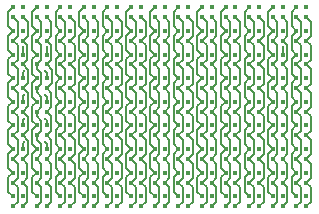
<source format=gtl>
G04 #@! TF.GenerationSoftware,KiCad,Pcbnew,9.0.1-9.0.1-0~ubuntu24.04.1*
G04 #@! TF.CreationDate,2025-04-23T13:35:13+02:00*
G04 #@! TF.ProjectId,ILM139C,494c4d31-3339-4432-9e6b-696361645f70,rev?*
G04 #@! TF.SameCoordinates,Original*
G04 #@! TF.FileFunction,Copper,L1,Top*
G04 #@! TF.FilePolarity,Positive*
%FSLAX46Y46*%
G04 Gerber Fmt 4.6, Leading zero omitted, Abs format (unit mm)*
G04 Created by KiCad (PCBNEW 9.0.1-9.0.1-0~ubuntu24.04.1) date 2025-04-23 13:35:13*
%MOMM*%
%LPD*%
G01*
G04 APERTURE LIST*
G04 #@! TA.AperFunction,SMDPad,CuDef*
%ADD10R,0.450000X0.450000*%
G04 #@! TD*
G04 #@! TA.AperFunction,ViaPad*
%ADD11C,0.250000*%
G04 #@! TD*
G04 #@! TA.AperFunction,Conductor*
%ADD12C,0.127000*%
G04 #@! TD*
G04 APERTURE END LIST*
D10*
X99610500Y-57770500D03*
X99610500Y-58610500D03*
X98770500Y-58610500D03*
X98770500Y-57770500D03*
X103610500Y-51770500D03*
X103610500Y-52610500D03*
X102770500Y-52610500D03*
X102770500Y-51770500D03*
X101610500Y-61770500D03*
X101610500Y-62610500D03*
X100770500Y-62610500D03*
X100770500Y-61770500D03*
X93610500Y-61770500D03*
X93610500Y-62610500D03*
X92770500Y-62610500D03*
X92770500Y-61770500D03*
X95610500Y-61770500D03*
X95610500Y-62610500D03*
X94770500Y-62610500D03*
X94770500Y-61770500D03*
X109610500Y-65770500D03*
X109610500Y-66610500D03*
X108770500Y-66610500D03*
X108770500Y-65770500D03*
X97610500Y-67770500D03*
X97610500Y-68610500D03*
X96770500Y-68610500D03*
X96770500Y-67770500D03*
X109610500Y-67770500D03*
X109610500Y-68610500D03*
X108770500Y-68610500D03*
X108770500Y-67770500D03*
X107610500Y-51770500D03*
X107610500Y-52610500D03*
X106770500Y-52610500D03*
X106770500Y-51770500D03*
X99610500Y-53770500D03*
X99610500Y-54610500D03*
X98770500Y-54610500D03*
X98770500Y-53770500D03*
X101610500Y-57770500D03*
X101610500Y-58610500D03*
X100770500Y-58610500D03*
X100770500Y-57770500D03*
X105610500Y-55770500D03*
X105610500Y-56610500D03*
X104770500Y-56610500D03*
X104770500Y-55770500D03*
X103610500Y-63770500D03*
X103610500Y-64610500D03*
X102770500Y-64610500D03*
X102770500Y-63770500D03*
X109610500Y-63770500D03*
X109610500Y-64610500D03*
X108770500Y-64610500D03*
X108770500Y-63770500D03*
X91610500Y-51770500D03*
X91610500Y-52610500D03*
X90770500Y-52610500D03*
X90770500Y-51770500D03*
X107610500Y-57770500D03*
X107610500Y-58610500D03*
X106770500Y-58610500D03*
X106770500Y-57770500D03*
X105610500Y-67770500D03*
X105610500Y-68610500D03*
X104770500Y-68610500D03*
X104770500Y-67770500D03*
X93610500Y-65770500D03*
X93610500Y-66610500D03*
X92770500Y-66610500D03*
X92770500Y-65770500D03*
X111610500Y-61770500D03*
X111610500Y-62610500D03*
X110770500Y-62610500D03*
X110770500Y-61770500D03*
X97610500Y-57770500D03*
X97610500Y-58610500D03*
X96770500Y-58610500D03*
X96770500Y-57770500D03*
X113610500Y-57770500D03*
X113610500Y-58610500D03*
X112770500Y-58610500D03*
X112770500Y-57770500D03*
X113610500Y-65770500D03*
X113610500Y-66610500D03*
X112770500Y-66610500D03*
X112770500Y-65770500D03*
X99610500Y-65770500D03*
X99610500Y-66610500D03*
X98770500Y-66610500D03*
X98770500Y-65770500D03*
X103610500Y-65770500D03*
X103610500Y-66610500D03*
X102770500Y-66610500D03*
X102770500Y-65770500D03*
X95610500Y-51770500D03*
X95610500Y-52610500D03*
X94770500Y-52610500D03*
X94770500Y-51770500D03*
X103610500Y-67770500D03*
X103610500Y-68610500D03*
X102770500Y-68610500D03*
X102770500Y-67770500D03*
X113610500Y-55770500D03*
X113610500Y-56610500D03*
X112770500Y-56610500D03*
X112770500Y-55770500D03*
X103610500Y-59770500D03*
X103610500Y-60610500D03*
X102770500Y-60610500D03*
X102770500Y-59770500D03*
X101610500Y-51770500D03*
X101610500Y-52610500D03*
X100770500Y-52610500D03*
X100770500Y-51770500D03*
X109610500Y-57770500D03*
X109610500Y-58610500D03*
X108770500Y-58610500D03*
X108770500Y-57770500D03*
X97610500Y-53770500D03*
X97610500Y-54610500D03*
X96770500Y-54610500D03*
X96770500Y-53770500D03*
X115610500Y-55770500D03*
X115610500Y-56610500D03*
X114770500Y-56610500D03*
X114770500Y-55770500D03*
X91610500Y-55770500D03*
X91610500Y-56610500D03*
X90770500Y-56610500D03*
X90770500Y-55770500D03*
X107610500Y-59770500D03*
X107610500Y-60610500D03*
X106770500Y-60610500D03*
X106770500Y-59770500D03*
X113610500Y-59770500D03*
X113610500Y-60610500D03*
X112770500Y-60610500D03*
X112770500Y-59770500D03*
X115610500Y-67770500D03*
X115610500Y-68610500D03*
X114770500Y-68610500D03*
X114770500Y-67770500D03*
X105610500Y-59770500D03*
X105610500Y-60610500D03*
X104770500Y-60610500D03*
X104770500Y-59770500D03*
X101610500Y-59770500D03*
X101610500Y-60610500D03*
X100770500Y-60610500D03*
X100770500Y-59770500D03*
X103610500Y-61770500D03*
X103610500Y-62610500D03*
X102770500Y-62610500D03*
X102770500Y-61770500D03*
X107610500Y-63770500D03*
X107610500Y-64610500D03*
X106770500Y-64610500D03*
X106770500Y-63770500D03*
X115610500Y-61770500D03*
X115610500Y-62610500D03*
X114770500Y-62610500D03*
X114770500Y-61770500D03*
X113610500Y-61770500D03*
X113610500Y-62610500D03*
X112770500Y-62610500D03*
X112770500Y-61770500D03*
X103610500Y-55770500D03*
X103610500Y-56610500D03*
X102770500Y-56610500D03*
X102770500Y-55770500D03*
X111610500Y-55770500D03*
X111610500Y-56610500D03*
X110770500Y-56610500D03*
X110770500Y-55770500D03*
X107610500Y-55770500D03*
X107610500Y-56610500D03*
X106770500Y-56610500D03*
X106770500Y-55770500D03*
X115610500Y-53770500D03*
X115610500Y-54610500D03*
X114770500Y-54610500D03*
X114770500Y-53770500D03*
X93610500Y-63770500D03*
X93610500Y-64610500D03*
X92770500Y-64610500D03*
X92770500Y-63770500D03*
X111610500Y-53770500D03*
X111610500Y-54610500D03*
X110770500Y-54610500D03*
X110770500Y-53770500D03*
X109610500Y-55770500D03*
X109610500Y-56610500D03*
X108770500Y-56610500D03*
X108770500Y-55770500D03*
X111610500Y-59770500D03*
X111610500Y-60610500D03*
X110770500Y-60610500D03*
X110770500Y-59770500D03*
X101610500Y-63770500D03*
X101610500Y-64610500D03*
X100770500Y-64610500D03*
X100770500Y-63770500D03*
X91610500Y-53770500D03*
X91610500Y-54610500D03*
X90770500Y-54610500D03*
X90770500Y-53770500D03*
X99610500Y-61770500D03*
X99610500Y-62610500D03*
X98770500Y-62610500D03*
X98770500Y-61770500D03*
X91610500Y-65770500D03*
X91610500Y-66610500D03*
X90770500Y-66610500D03*
X90770500Y-65770500D03*
X95610500Y-53770500D03*
X95610500Y-54610500D03*
X94770500Y-54610500D03*
X94770500Y-53770500D03*
X105610500Y-63770500D03*
X105610500Y-64610500D03*
X104770500Y-64610500D03*
X104770500Y-63770500D03*
X109610500Y-61770500D03*
X109610500Y-62610500D03*
X108770500Y-62610500D03*
X108770500Y-61770500D03*
X105610500Y-61770500D03*
X105610500Y-62610500D03*
X104770500Y-62610500D03*
X104770500Y-61770500D03*
X99610500Y-55770500D03*
X99610500Y-56610500D03*
X98770500Y-56610500D03*
X98770500Y-55770500D03*
X95610500Y-63770500D03*
X95610500Y-64610500D03*
X94770500Y-64610500D03*
X94770500Y-63770500D03*
X115610500Y-65770500D03*
X115610500Y-66610500D03*
X114770500Y-66610500D03*
X114770500Y-65770500D03*
X115610500Y-63770500D03*
X115610500Y-64610500D03*
X114770500Y-64610500D03*
X114770500Y-63770500D03*
X107610500Y-61770500D03*
X107610500Y-62610500D03*
X106770500Y-62610500D03*
X106770500Y-61770500D03*
X107610500Y-53770500D03*
X107610500Y-54610500D03*
X106770500Y-54610500D03*
X106770500Y-53770500D03*
X101610500Y-53770500D03*
X101610500Y-54610500D03*
X100770500Y-54610500D03*
X100770500Y-53770500D03*
X99610500Y-51770500D03*
X99610500Y-52610500D03*
X98770500Y-52610500D03*
X98770500Y-51770500D03*
X101610500Y-65770500D03*
X101610500Y-66610500D03*
X100770500Y-66610500D03*
X100770500Y-65770500D03*
X111610500Y-63770500D03*
X111610500Y-64610500D03*
X110770500Y-64610500D03*
X110770500Y-63770500D03*
X99610500Y-67770500D03*
X99610500Y-68610500D03*
X98770500Y-68610500D03*
X98770500Y-67770500D03*
X101610500Y-67770500D03*
X101610500Y-68610500D03*
X100770500Y-68610500D03*
X100770500Y-67770500D03*
X115610500Y-59770500D03*
X115610500Y-60610500D03*
X114770500Y-60610500D03*
X114770500Y-59770500D03*
X91610500Y-63770500D03*
X91610500Y-64610500D03*
X90770500Y-64610500D03*
X90770500Y-63770500D03*
X101610500Y-55770500D03*
X101610500Y-56610500D03*
X100770500Y-56610500D03*
X100770500Y-55770500D03*
X115610500Y-51770500D03*
X115610500Y-52610500D03*
X114770500Y-52610500D03*
X114770500Y-51770500D03*
X111610500Y-65770500D03*
X111610500Y-66610500D03*
X110770500Y-66610500D03*
X110770500Y-65770500D03*
X93610500Y-51770500D03*
X93610500Y-52610500D03*
X92770500Y-52610500D03*
X92770500Y-51770500D03*
X95610500Y-59770500D03*
X95610500Y-60610500D03*
X94770500Y-60610500D03*
X94770500Y-59770500D03*
X107610500Y-67770500D03*
X107610500Y-68610500D03*
X106770500Y-68610500D03*
X106770500Y-67770500D03*
X111610500Y-57770500D03*
X111610500Y-58610500D03*
X110770500Y-58610500D03*
X110770500Y-57770500D03*
X95610500Y-67770500D03*
X95610500Y-68610500D03*
X94770500Y-68610500D03*
X94770500Y-67770500D03*
X105610500Y-65770500D03*
X105610500Y-66610500D03*
X104770500Y-66610500D03*
X104770500Y-65770500D03*
X95610500Y-55770500D03*
X95610500Y-56610500D03*
X94770500Y-56610500D03*
X94770500Y-55770500D03*
X113610500Y-53770500D03*
X113610500Y-54610500D03*
X112770500Y-54610500D03*
X112770500Y-53770500D03*
X111610500Y-67770500D03*
X111610500Y-68610500D03*
X110770500Y-68610500D03*
X110770500Y-67770500D03*
X91610500Y-59770500D03*
X91610500Y-60610500D03*
X90770500Y-60610500D03*
X90770500Y-59770500D03*
X105610500Y-51770500D03*
X105610500Y-52610500D03*
X104770500Y-52610500D03*
X104770500Y-51770500D03*
X105610500Y-57770500D03*
X105610500Y-58610500D03*
X104770500Y-58610500D03*
X104770500Y-57770500D03*
X91610500Y-67770500D03*
X91610500Y-68610500D03*
X90770500Y-68610500D03*
X90770500Y-67770500D03*
X111610500Y-51770500D03*
X111610500Y-52610500D03*
X110770500Y-52610500D03*
X110770500Y-51770500D03*
X109610500Y-53770500D03*
X109610500Y-54610500D03*
X108770500Y-54610500D03*
X108770500Y-53770500D03*
X99610500Y-59770500D03*
X99610500Y-60610500D03*
X98770500Y-60610500D03*
X98770500Y-59770500D03*
X97610500Y-51770500D03*
X97610500Y-52610500D03*
X96770500Y-52610500D03*
X96770500Y-51770500D03*
X109610500Y-51770500D03*
X109610500Y-52610500D03*
X108770500Y-52610500D03*
X108770500Y-51770500D03*
X95610500Y-65770500D03*
X95610500Y-66610500D03*
X94770500Y-66610500D03*
X94770500Y-65770500D03*
X95610500Y-57770500D03*
X95610500Y-58610500D03*
X94770500Y-58610500D03*
X94770500Y-57770500D03*
X97610500Y-55770500D03*
X97610500Y-56610500D03*
X96770500Y-56610500D03*
X96770500Y-55770500D03*
X103610500Y-57770500D03*
X103610500Y-58610500D03*
X102770500Y-58610500D03*
X102770500Y-57770500D03*
X93610500Y-53770500D03*
X93610500Y-54610500D03*
X92770500Y-54610500D03*
X92770500Y-53770500D03*
X91610500Y-61770500D03*
X91610500Y-62610500D03*
X90770500Y-62610500D03*
X90770500Y-61770500D03*
X103610500Y-53770500D03*
X103610500Y-54610500D03*
X102770500Y-54610500D03*
X102770500Y-53770500D03*
X115610500Y-57770500D03*
X115610500Y-58610500D03*
X114770500Y-58610500D03*
X114770500Y-57770500D03*
X109610500Y-59770500D03*
X109610500Y-60610500D03*
X108770500Y-60610500D03*
X108770500Y-59770500D03*
X113610500Y-63770500D03*
X113610500Y-64610500D03*
X112770500Y-64610500D03*
X112770500Y-63770500D03*
X99610500Y-63770500D03*
X99610500Y-64610500D03*
X98770500Y-64610500D03*
X98770500Y-63770500D03*
X93610500Y-59770500D03*
X93610500Y-60610500D03*
X92770500Y-60610500D03*
X92770500Y-59770500D03*
X97610500Y-59770500D03*
X97610500Y-60610500D03*
X96770500Y-60610500D03*
X96770500Y-59770500D03*
X107610500Y-65770500D03*
X107610500Y-66610500D03*
X106770500Y-66610500D03*
X106770500Y-65770500D03*
X97610500Y-65770500D03*
X97610500Y-66610500D03*
X96770500Y-66610500D03*
X96770500Y-65770500D03*
X97610500Y-63770500D03*
X97610500Y-64610500D03*
X96770500Y-64610500D03*
X96770500Y-63770500D03*
X105610500Y-53770500D03*
X105610500Y-54610500D03*
X104770500Y-54610500D03*
X104770500Y-53770500D03*
X113610500Y-51770500D03*
X113610500Y-52610500D03*
X112770500Y-52610500D03*
X112770500Y-51770500D03*
X93610500Y-55770500D03*
X93610500Y-56610500D03*
X92770500Y-56610500D03*
X92770500Y-55770500D03*
X97610500Y-61770500D03*
X97610500Y-62610500D03*
X96770500Y-62610500D03*
X96770500Y-61770500D03*
X113610500Y-67770500D03*
X113610500Y-68610500D03*
X112770500Y-68610500D03*
X112770500Y-67770500D03*
X91610500Y-57770500D03*
X91610500Y-58610500D03*
X90770500Y-58610500D03*
X90770500Y-57770500D03*
X93610500Y-67770500D03*
X93610500Y-68610500D03*
X92770500Y-68610500D03*
X92770500Y-67770500D03*
X93610500Y-57770500D03*
X93610500Y-58610500D03*
X92770500Y-58610500D03*
X92770500Y-57770500D03*
D11*
X93610500Y-52610500D03*
X100770500Y-64610500D03*
X101610500Y-64610500D03*
X102770500Y-63770500D03*
X102770500Y-62610500D03*
X103610500Y-62610500D03*
X104770500Y-61770500D03*
X104770500Y-62610500D03*
X105610500Y-62610500D03*
X106770500Y-61770500D03*
X106770500Y-60610500D03*
X107610500Y-58610500D03*
X108770500Y-59770500D03*
X108770500Y-58610500D03*
X109610500Y-58610500D03*
X110770500Y-57770500D03*
X110770500Y-56610500D03*
X111610500Y-56610500D03*
X112770500Y-53770500D03*
X112770500Y-54610500D03*
X113610500Y-56610500D03*
X115610500Y-56610500D03*
X114770500Y-52610500D03*
X114770500Y-53770500D03*
X92770500Y-54610500D03*
X92770500Y-57770500D03*
X100770500Y-57770500D03*
X99610500Y-58610500D03*
X98770500Y-58610500D03*
X98770500Y-59770500D03*
X97610500Y-60610500D03*
X96770500Y-62610500D03*
X96770500Y-63770500D03*
X94770500Y-62610500D03*
X94770500Y-63770500D03*
X95610500Y-66610500D03*
X90770500Y-59770500D03*
X90770500Y-58610500D03*
X91610500Y-54610500D03*
X93460500Y-57190500D03*
X91720500Y-57190500D03*
X113610500Y-63770500D03*
X113610750Y-55087502D03*
X93460500Y-63190500D03*
X91720500Y-63190500D03*
X93460500Y-61190500D03*
X91720500Y-61190500D03*
X93460500Y-59190500D03*
X91720500Y-59190500D03*
X93610750Y-55087502D03*
X91610750Y-55087502D03*
X115610500Y-67770500D03*
X113610500Y-67770500D03*
X111610500Y-67770500D03*
X109610500Y-67770500D03*
X107610500Y-67770500D03*
X105610500Y-67770500D03*
X103610500Y-67770500D03*
X101610500Y-67770500D03*
X99610500Y-67770500D03*
X97610500Y-67770500D03*
X95610500Y-67770500D03*
X93610500Y-67770500D03*
X91610500Y-67770500D03*
X91610500Y-65770500D03*
X93610500Y-65770500D03*
X95610500Y-65770500D03*
X97610500Y-65770500D03*
X99610500Y-65770500D03*
X101610500Y-65770500D03*
X103610500Y-65770500D03*
X105610500Y-65770500D03*
X107610500Y-65770500D03*
X109610500Y-65770500D03*
X111610500Y-65770500D03*
X113610500Y-65770500D03*
X115610500Y-65770500D03*
X115610500Y-63770500D03*
X111610500Y-63770500D03*
X109610500Y-63770500D03*
X107610500Y-63770500D03*
X105610500Y-63770500D03*
X103610500Y-63770500D03*
X101610500Y-63770500D03*
X99610500Y-63770500D03*
X97610500Y-63770500D03*
X95610500Y-63770500D03*
X95610500Y-61770500D03*
X97610500Y-61770500D03*
X99610500Y-61770500D03*
X101610500Y-61770500D03*
X103610500Y-61770500D03*
X105610500Y-61770500D03*
X107610500Y-61770500D03*
X109610500Y-61770500D03*
X111610500Y-61770500D03*
X113610500Y-61770500D03*
X115610500Y-61770500D03*
X115610500Y-59770500D03*
X113610500Y-57770500D03*
X113610500Y-59770500D03*
X111610500Y-59770500D03*
X109610500Y-59770500D03*
X107610500Y-59770500D03*
X105610500Y-59770500D03*
X103610500Y-59770500D03*
X101610500Y-59770500D03*
X99610500Y-59770500D03*
X97610500Y-59770500D03*
X95610500Y-59770500D03*
X95610500Y-57770500D03*
X97610500Y-57770500D03*
X99610500Y-57770500D03*
X101610500Y-57770500D03*
X103610500Y-57770500D03*
X105610500Y-57770500D03*
X107610500Y-57770500D03*
X109610500Y-57770500D03*
X111610500Y-57770500D03*
X115610500Y-57770500D03*
X115610500Y-55770500D03*
X111610500Y-55770500D03*
X109610500Y-55770500D03*
X107610500Y-55770500D03*
X105610500Y-55770500D03*
X103610500Y-55770500D03*
X101610500Y-55770500D03*
X99610500Y-55770500D03*
X97610500Y-55770500D03*
X95610500Y-55770500D03*
X91610500Y-53770500D03*
X93610500Y-53770500D03*
X95610500Y-53770500D03*
X97610500Y-53770500D03*
X99610500Y-53770500D03*
X101610500Y-53770500D03*
X103610500Y-53770500D03*
X105610500Y-53770500D03*
X107610500Y-53770500D03*
X109610500Y-53770500D03*
X111610500Y-53770500D03*
X113610500Y-53770500D03*
X115610500Y-53770500D03*
X115610500Y-51770500D03*
X113610500Y-51770500D03*
X111610500Y-51770500D03*
X109610500Y-51770500D03*
X107610500Y-51770500D03*
X105610500Y-51770500D03*
X103610500Y-51770500D03*
X101610500Y-51770500D03*
X99610500Y-51770500D03*
X97610500Y-51770500D03*
X95610500Y-51770500D03*
X93610500Y-51770500D03*
X91610500Y-51770500D03*
D12*
X92357750Y-59357750D02*
X92357750Y-58183250D01*
X92357750Y-58183250D02*
X92770500Y-57770500D01*
X93610500Y-58610500D02*
X94042750Y-58178250D01*
X94042750Y-58178250D02*
X94042750Y-57042750D01*
X94042750Y-57042750D02*
X93610500Y-56610500D01*
X92770500Y-57770500D02*
X92381000Y-57381000D01*
X92381000Y-57381000D02*
X92381000Y-56160000D01*
X92770500Y-56610500D02*
X92770500Y-56980626D01*
X92770500Y-56980626D02*
X93160000Y-57370126D01*
X93160000Y-57370126D02*
X93160000Y-58221000D01*
X93160000Y-58221000D02*
X92770500Y-58610500D01*
X91610500Y-56610500D02*
X91620626Y-56610500D01*
X91620626Y-56610500D02*
X92060000Y-57049874D01*
X92060000Y-57049874D02*
X92060000Y-58161000D01*
X92060000Y-58161000D02*
X91610500Y-58610500D01*
X93610500Y-57770500D02*
X93610500Y-57340500D01*
X93610500Y-57340500D02*
X93460500Y-57190500D01*
X91610500Y-57770500D02*
X91610500Y-57300500D01*
X91610500Y-57300500D02*
X91720500Y-57190500D01*
X115610500Y-66610500D02*
X116000000Y-67000000D01*
X116000000Y-67000000D02*
X116000000Y-68221000D01*
X116000000Y-68221000D02*
X115610500Y-68610500D01*
X115610500Y-64610500D02*
X116000000Y-65000000D01*
X116000000Y-65000000D02*
X116000000Y-66221000D01*
X116000000Y-66221000D02*
X115610500Y-66610500D01*
X115610500Y-62610500D02*
X116000000Y-63000000D01*
X116000000Y-63000000D02*
X116000000Y-64221000D01*
X116000000Y-64221000D02*
X115610500Y-64610500D01*
X115610500Y-60610500D02*
X116000000Y-61000000D01*
X116000000Y-61000000D02*
X116000000Y-62221000D01*
X116000000Y-62221000D02*
X115610500Y-62610500D01*
X115610500Y-58610500D02*
X116000000Y-59000000D01*
X116000000Y-59000000D02*
X116000000Y-60221000D01*
X116000000Y-60221000D02*
X115610500Y-60610500D01*
X115610500Y-56610500D02*
X116000000Y-57000000D01*
X116000000Y-57000000D02*
X116000000Y-58221000D01*
X116000000Y-58221000D02*
X115610500Y-58610500D01*
X115610500Y-54610500D02*
X116000000Y-55000000D01*
X116000000Y-55000000D02*
X116000000Y-56221000D01*
X116000000Y-56221000D02*
X115610500Y-56610500D01*
X115610500Y-52610500D02*
X116000000Y-53000000D01*
X116000000Y-53000000D02*
X116000000Y-54221000D01*
X116000000Y-54221000D02*
X115610500Y-54610500D01*
X114770500Y-54610500D02*
X115160000Y-54221000D01*
X115160000Y-54221000D02*
X115160000Y-53000000D01*
X115160000Y-53000000D02*
X114770500Y-52610500D01*
X114770500Y-56610500D02*
X115160000Y-56221000D01*
X115160000Y-56221000D02*
X115160000Y-55000000D01*
X115160000Y-55000000D02*
X114770500Y-54610500D01*
X114770500Y-58610500D02*
X115160000Y-58221000D01*
X115160000Y-58221000D02*
X115160000Y-57000000D01*
X115160000Y-57000000D02*
X114770500Y-56610500D01*
X114770500Y-60610500D02*
X115160000Y-60221000D01*
X115160000Y-60221000D02*
X115160000Y-59000000D01*
X115160000Y-59000000D02*
X114770500Y-58610500D01*
X114770500Y-62610500D02*
X115160000Y-62221000D01*
X115160000Y-62221000D02*
X115160000Y-61000000D01*
X115160000Y-61000000D02*
X114770500Y-60610500D01*
X114770500Y-64610500D02*
X115160000Y-64221000D01*
X115160000Y-64221000D02*
X115160000Y-63000000D01*
X115160000Y-63000000D02*
X114770500Y-62610500D01*
X114770500Y-66610500D02*
X115160000Y-66221000D01*
X115160000Y-66221000D02*
X115160000Y-65000000D01*
X115160000Y-65000000D02*
X114770500Y-64610500D01*
X114770500Y-68610500D02*
X115160000Y-68221000D01*
X115160000Y-68221000D02*
X115160000Y-67000000D01*
X115160000Y-67000000D02*
X114770500Y-66610500D01*
X114770500Y-65770500D02*
X114381000Y-66160000D01*
X114381000Y-66160000D02*
X114381000Y-67381000D01*
X114381000Y-67381000D02*
X114770500Y-67770500D01*
X114770500Y-63770500D02*
X114381000Y-64160000D01*
X114381000Y-64160000D02*
X114381000Y-65381000D01*
X114381000Y-65381000D02*
X114770500Y-65770500D01*
X114770500Y-61770500D02*
X114381000Y-62160000D01*
X114381000Y-62160000D02*
X114381000Y-63381000D01*
X114381000Y-63381000D02*
X114770500Y-63770500D01*
X114770500Y-59770500D02*
X114381000Y-60160000D01*
X114381000Y-60160000D02*
X114381000Y-61381000D01*
X114381000Y-61381000D02*
X114770500Y-61770500D01*
X114770500Y-57770500D02*
X114381000Y-58160000D01*
X114381000Y-58160000D02*
X114381000Y-59381000D01*
X114381000Y-59381000D02*
X114770500Y-59770500D01*
X114770500Y-55770500D02*
X114381000Y-56160000D01*
X114381000Y-56160000D02*
X114381000Y-57381000D01*
X114381000Y-57381000D02*
X114770500Y-57770500D01*
X114770500Y-53825500D02*
X114381000Y-54215000D01*
X114770500Y-53770500D02*
X114770500Y-53825500D01*
X114381000Y-54215000D02*
X114381000Y-55381000D01*
X114381000Y-55381000D02*
X114770500Y-55770500D01*
X114770500Y-51770500D02*
X114381000Y-52160000D01*
X114381000Y-52160000D02*
X114381000Y-53381000D01*
X114381000Y-53381000D02*
X114770500Y-53770500D01*
X113610500Y-54610500D02*
X114000000Y-54221000D01*
X114000000Y-54221000D02*
X114000000Y-53000000D01*
X114000000Y-53000000D02*
X113610500Y-52610500D01*
X113610500Y-56610500D02*
X114000000Y-56221000D01*
X114000000Y-56221000D02*
X114000000Y-54996626D01*
X114000000Y-54996626D02*
X113613874Y-54610500D01*
X113613874Y-54610500D02*
X113610500Y-54610500D01*
X113610500Y-58610500D02*
X114000000Y-58221000D01*
X114000000Y-58221000D02*
X114000000Y-57000000D01*
X114000000Y-57000000D02*
X113610500Y-56610500D01*
X113610500Y-60610500D02*
X114000000Y-60221000D01*
X114000000Y-60221000D02*
X114000000Y-59000000D01*
X114000000Y-59000000D02*
X113610500Y-58610500D01*
X113610500Y-62610500D02*
X114000000Y-62221000D01*
X114000000Y-62221000D02*
X114000000Y-61000000D01*
X114000000Y-61000000D02*
X113610500Y-60610500D01*
X113610500Y-64610500D02*
X114000000Y-64221000D01*
X114000000Y-63000000D02*
X113610500Y-62610500D01*
X114000000Y-64221000D02*
X114000000Y-63000000D01*
X113610500Y-66610500D02*
X114000000Y-66221000D01*
X114000000Y-66221000D02*
X114000000Y-65000000D01*
X114000000Y-65000000D02*
X113610500Y-64610500D01*
X113610500Y-68610500D02*
X114000000Y-68221000D01*
X114000000Y-68221000D02*
X114000000Y-67000000D01*
X114000000Y-67000000D02*
X113610500Y-66610500D01*
X112770500Y-66610500D02*
X113160000Y-67000000D01*
X113160000Y-67000000D02*
X113160000Y-68221000D01*
X113160000Y-68221000D02*
X112770500Y-68610500D01*
X112770500Y-64610500D02*
X113160000Y-65000000D01*
X113160000Y-65000000D02*
X113160000Y-66221000D01*
X113160000Y-66221000D02*
X112770500Y-66610500D01*
X112770500Y-62610500D02*
X113160000Y-63000000D01*
X113160000Y-63000000D02*
X113160000Y-64221000D01*
X113160000Y-64221000D02*
X112770500Y-64610500D01*
X112770500Y-60610500D02*
X113160000Y-61000000D01*
X113160000Y-61000000D02*
X113160000Y-62221000D01*
X113160000Y-62221000D02*
X112770500Y-62610500D01*
X112770500Y-58610500D02*
X113160000Y-59000000D01*
X113160000Y-59000000D02*
X113160000Y-60221000D01*
X113160000Y-60221000D02*
X112770500Y-60610500D01*
X112770500Y-56610500D02*
X113160000Y-57000000D01*
X113160000Y-57000000D02*
X113160000Y-58221000D01*
X113160000Y-58221000D02*
X112770500Y-58610500D01*
X112770500Y-54610500D02*
X113160000Y-55000000D01*
X113160000Y-55000000D02*
X113160000Y-56221000D01*
X113160000Y-56221000D02*
X112770500Y-56610500D01*
X112770500Y-52610500D02*
X113160000Y-53000000D01*
X113160000Y-53000000D02*
X113160000Y-54221000D01*
X113160000Y-54221000D02*
X112770500Y-54610500D01*
X112770500Y-53770500D02*
X112381000Y-53381000D01*
X112381000Y-52160000D02*
X112770500Y-51770500D01*
X112381000Y-53381000D02*
X112381000Y-52160000D01*
X112770500Y-55770500D02*
X112381000Y-55381000D01*
X112381000Y-55381000D02*
X112381000Y-54160000D01*
X112381000Y-54160000D02*
X112770500Y-53770500D01*
X112770500Y-57770500D02*
X112381000Y-57381000D01*
X112381000Y-57381000D02*
X112381000Y-56160000D01*
X112381000Y-56160000D02*
X112770500Y-55770500D01*
X112770500Y-59770500D02*
X112381000Y-59381000D01*
X112381000Y-59381000D02*
X112381000Y-58160000D01*
X112381000Y-58160000D02*
X112770500Y-57770500D01*
X112770500Y-61770500D02*
X112381000Y-61381000D01*
X112381000Y-61381000D02*
X112381000Y-60160000D01*
X112381000Y-60160000D02*
X112770500Y-59770500D01*
X112770500Y-63770500D02*
X112381000Y-63381000D01*
X112381000Y-63381000D02*
X112381000Y-62160000D01*
X112381000Y-62160000D02*
X112770500Y-61770500D01*
X112770500Y-65770500D02*
X112381000Y-65381000D01*
X112381000Y-65381000D02*
X112381000Y-64160000D01*
X112381000Y-64160000D02*
X112770500Y-63770500D01*
X112770500Y-67770500D02*
X112381000Y-67381000D01*
X112381000Y-67381000D02*
X112381000Y-66160000D01*
X112381000Y-66160000D02*
X112770500Y-65770500D01*
X111610500Y-66610500D02*
X112000000Y-67000000D01*
X112000000Y-67000000D02*
X112000000Y-68221000D01*
X112000000Y-68221000D02*
X111610500Y-68610500D01*
X111610500Y-64610500D02*
X112000000Y-65000000D01*
X112000000Y-65000000D02*
X112000000Y-66221000D01*
X112000000Y-66221000D02*
X111610500Y-66610500D01*
X111610500Y-62610500D02*
X112000000Y-63000000D01*
X112000000Y-63000000D02*
X112000000Y-64221000D01*
X112000000Y-64221000D02*
X111610500Y-64610500D01*
X111610500Y-60610500D02*
X112000000Y-61000000D01*
X112000000Y-61000000D02*
X112000000Y-62221000D01*
X112000000Y-62221000D02*
X111610500Y-62610500D01*
X111610500Y-58610500D02*
X112000000Y-59000000D01*
X112000000Y-59000000D02*
X112000000Y-60221000D01*
X112000000Y-60221000D02*
X111610500Y-60610500D01*
X111610500Y-56610500D02*
X112000000Y-57000000D01*
X112000000Y-57000000D02*
X112000000Y-58221000D01*
X112000000Y-58221000D02*
X111610500Y-58610500D01*
X111610500Y-54610500D02*
X112040750Y-55040750D01*
X112040750Y-55040750D02*
X112040750Y-56180250D01*
X112040750Y-56180250D02*
X111610500Y-56610500D01*
X111610500Y-52610500D02*
X112000000Y-53000000D01*
X112000000Y-53000000D02*
X112000000Y-54221000D01*
X112000000Y-54221000D02*
X111610500Y-54610500D01*
X110770500Y-54610500D02*
X111160000Y-54221000D01*
X111160000Y-54221000D02*
X111160000Y-53000000D01*
X111160000Y-53000000D02*
X110770500Y-52610500D01*
X110770500Y-56610500D02*
X111160000Y-56221000D01*
X111160000Y-56221000D02*
X111160000Y-55000000D01*
X111160000Y-55000000D02*
X110770500Y-54610500D01*
X110770500Y-58610500D02*
X111160000Y-58221000D01*
X111160000Y-58221000D02*
X111160000Y-57000000D01*
X111160000Y-57000000D02*
X110770500Y-56610500D01*
X110770500Y-60610500D02*
X111160000Y-60221000D01*
X111160000Y-60221000D02*
X111160000Y-59000000D01*
X111160000Y-59000000D02*
X110770500Y-58610500D01*
X110770500Y-62610500D02*
X111160000Y-62221000D01*
X111160000Y-62221000D02*
X111160000Y-61000000D01*
X111160000Y-61000000D02*
X110770500Y-60610500D01*
X110770500Y-64610500D02*
X111160000Y-64221000D01*
X111160000Y-64221000D02*
X111160000Y-63000000D01*
X111160000Y-63000000D02*
X110770500Y-62610500D01*
X110770500Y-66610500D02*
X111160000Y-66221000D01*
X111160000Y-66221000D02*
X111160000Y-65000000D01*
X111160000Y-65000000D02*
X110770500Y-64610500D01*
X110770500Y-68610500D02*
X111160000Y-68221000D01*
X111160000Y-68221000D02*
X111160000Y-67000000D01*
X111160000Y-67000000D02*
X110770500Y-66610500D01*
X110770500Y-65770500D02*
X110381000Y-66160000D01*
X110381000Y-66160000D02*
X110381000Y-67381000D01*
X110381000Y-67381000D02*
X110770500Y-67770500D01*
X110770500Y-63770500D02*
X110381000Y-64160000D01*
X110381000Y-64160000D02*
X110381000Y-65381000D01*
X110381000Y-65381000D02*
X110770500Y-65770500D01*
X110770500Y-61770500D02*
X110381000Y-62160000D01*
X110381000Y-62160000D02*
X110381000Y-63381000D01*
X110381000Y-63381000D02*
X110770500Y-63770500D01*
X110770500Y-59770500D02*
X110381000Y-60160000D01*
X110381000Y-60160000D02*
X110381000Y-61381000D01*
X110381000Y-61381000D02*
X110770500Y-61770500D01*
X110770500Y-57770500D02*
X110381000Y-58160000D01*
X110381000Y-58160000D02*
X110381000Y-59381000D01*
X110381000Y-59381000D02*
X110770500Y-59770500D01*
X110770500Y-55770500D02*
X110381000Y-56160000D01*
X110381000Y-56160000D02*
X110381000Y-57381000D01*
X110381000Y-57381000D02*
X110770500Y-57770500D01*
X110770500Y-53770500D02*
X110381000Y-54160000D01*
X110381000Y-54160000D02*
X110381000Y-55381000D01*
X110381000Y-55381000D02*
X110770500Y-55770500D01*
X110770500Y-51770500D02*
X110381000Y-52160000D01*
X110381000Y-52160000D02*
X110381000Y-53381000D01*
X110381000Y-53381000D02*
X110770500Y-53770500D01*
X109610500Y-54610500D02*
X110000000Y-54221000D01*
X110000000Y-54221000D02*
X110000000Y-53000000D01*
X110000000Y-53000000D02*
X109610500Y-52610500D01*
X109610500Y-56610500D02*
X110000000Y-56221000D01*
X110000000Y-56221000D02*
X110000000Y-55000000D01*
X110000000Y-55000000D02*
X109610500Y-54610500D01*
X109610500Y-58610500D02*
X110000000Y-58221000D01*
X110000000Y-58221000D02*
X110000000Y-57000000D01*
X110000000Y-57000000D02*
X109610500Y-56610500D01*
X109610500Y-60610500D02*
X110000000Y-60221000D01*
X110000000Y-60221000D02*
X110000000Y-59000000D01*
X110000000Y-59000000D02*
X109610500Y-58610500D01*
X109610500Y-62610500D02*
X110000000Y-62221000D01*
X110000000Y-62221000D02*
X110000000Y-61000000D01*
X110000000Y-61000000D02*
X109610500Y-60610500D01*
X109610500Y-64610500D02*
X110000000Y-64221000D01*
X110000000Y-63000000D02*
X109610500Y-62610500D01*
X110000000Y-64221000D02*
X110000000Y-63000000D01*
X109610500Y-66610500D02*
X110000000Y-66221000D01*
X110000000Y-66221000D02*
X110000000Y-65000000D01*
X110000000Y-65000000D02*
X109610500Y-64610500D01*
X109610500Y-68610500D02*
X110000000Y-68221000D01*
X110000000Y-68221000D02*
X110000000Y-67000000D01*
X110000000Y-67000000D02*
X109610500Y-66610500D01*
X108770500Y-66610500D02*
X109160000Y-67000000D01*
X109160000Y-67000000D02*
X109160000Y-68221000D01*
X109160000Y-68221000D02*
X108770500Y-68610500D01*
X108770500Y-64610500D02*
X109160000Y-65000000D01*
X109160000Y-65000000D02*
X109160000Y-66221000D01*
X109160000Y-66221000D02*
X108770500Y-66610500D01*
X108770500Y-62610500D02*
X109160000Y-63000000D01*
X109160000Y-63000000D02*
X109160000Y-64221000D01*
X109160000Y-64221000D02*
X108770500Y-64610500D01*
X108770500Y-60610500D02*
X109160000Y-61000000D01*
X109160000Y-61000000D02*
X109160000Y-62221000D01*
X109160000Y-62221000D02*
X108770500Y-62610500D01*
X108770500Y-58610500D02*
X109160000Y-59000000D01*
X109160000Y-59000000D02*
X109160000Y-60221000D01*
X109160000Y-60221000D02*
X108770500Y-60610500D01*
X108770500Y-56610500D02*
X109160000Y-57000000D01*
X109160000Y-57000000D02*
X109160000Y-58221000D01*
X109160000Y-58221000D02*
X108770500Y-58610500D01*
X108770500Y-54610500D02*
X109160000Y-55000000D01*
X109160000Y-55000000D02*
X109160000Y-56221000D01*
X109160000Y-56221000D02*
X108770500Y-56610500D01*
X108770500Y-52610500D02*
X109160000Y-53000000D01*
X109160000Y-53000000D02*
X109160000Y-54221000D01*
X109160000Y-54221000D02*
X108770500Y-54610500D01*
X108770500Y-53747000D02*
X108381000Y-53357500D01*
X108770500Y-53770500D02*
X108770500Y-53747000D01*
X108381000Y-52160000D02*
X108770500Y-51770500D01*
X108381000Y-53357500D02*
X108381000Y-52160000D01*
X108770500Y-55770500D02*
X108381000Y-55381000D01*
X108381000Y-55381000D02*
X108381000Y-54160000D01*
X108381000Y-54160000D02*
X108770500Y-53770500D01*
X108770500Y-57770500D02*
X108381000Y-57381000D01*
X108381000Y-57381000D02*
X108381000Y-56160000D01*
X108381000Y-56160000D02*
X108770500Y-55770500D01*
X108770500Y-59770500D02*
X108381000Y-59381000D01*
X108381000Y-59381000D02*
X108381000Y-58160000D01*
X108381000Y-58160000D02*
X108770500Y-57770500D01*
X108770500Y-61770500D02*
X108381000Y-61381000D01*
X108381000Y-61381000D02*
X108381000Y-60160000D01*
X108381000Y-60160000D02*
X108770500Y-59770500D01*
X108770500Y-63770500D02*
X108381000Y-63381000D01*
X108381000Y-63381000D02*
X108381000Y-62160000D01*
X108381000Y-62160000D02*
X108770500Y-61770500D01*
X108770500Y-65770500D02*
X108381000Y-65381000D01*
X108381000Y-65381000D02*
X108381000Y-64160000D01*
X108381000Y-64160000D02*
X108770500Y-63770500D01*
X108770500Y-67770500D02*
X108381000Y-67381000D01*
X108381000Y-66160000D02*
X108770500Y-65770500D01*
X108381000Y-67381000D02*
X108381000Y-66160000D01*
X107610500Y-66610500D02*
X108000000Y-67000000D01*
X108000000Y-68221000D02*
X107610500Y-68610500D01*
X108000000Y-67000000D02*
X108000000Y-68221000D01*
X107610500Y-64610500D02*
X108000000Y-65000000D01*
X108000000Y-65000000D02*
X108000000Y-66221000D01*
X108000000Y-66221000D02*
X107610500Y-66610500D01*
X107610500Y-62610500D02*
X108000000Y-63000000D01*
X108000000Y-63000000D02*
X108000000Y-64221000D01*
X108000000Y-64221000D02*
X107610500Y-64610500D01*
X107610500Y-60610500D02*
X108000000Y-61000000D01*
X108000000Y-61000000D02*
X108000000Y-62221000D01*
X108000000Y-62221000D02*
X107610500Y-62610500D01*
X107610500Y-58610500D02*
X108000000Y-59000000D01*
X108000000Y-59000000D02*
X108000000Y-60221000D01*
X108000000Y-60221000D02*
X107610500Y-60610500D01*
X107610500Y-56610500D02*
X108000000Y-57000000D01*
X108000000Y-57000000D02*
X108000000Y-58221000D01*
X108000000Y-58221000D02*
X107610500Y-58610500D01*
X107610500Y-54610500D02*
X108000000Y-55000000D01*
X108000000Y-55000000D02*
X108000000Y-56221000D01*
X108000000Y-56221000D02*
X107610500Y-56610500D01*
X107610500Y-52610500D02*
X108000000Y-53000000D01*
X108000000Y-53000000D02*
X108000000Y-54221000D01*
X108000000Y-54221000D02*
X107610500Y-54610500D01*
X106770500Y-54610500D02*
X107160000Y-54221000D01*
X107160000Y-54221000D02*
X107160000Y-53000000D01*
X107160000Y-53000000D02*
X106770500Y-52610500D01*
X106770500Y-56610500D02*
X107160000Y-56221000D01*
X107160000Y-56221000D02*
X107160000Y-55000000D01*
X107160000Y-55000000D02*
X106770500Y-54610500D01*
X106770500Y-58610500D02*
X107160000Y-58221000D01*
X107160000Y-58221000D02*
X107160000Y-57000000D01*
X107160000Y-57000000D02*
X106770500Y-56610500D01*
X106770500Y-60610500D02*
X107160000Y-60221000D01*
X107160000Y-60221000D02*
X107160000Y-59000000D01*
X107160000Y-59000000D02*
X106770500Y-58610500D01*
X106770500Y-62610500D02*
X107160000Y-62221000D01*
X107160000Y-62221000D02*
X107160000Y-61000000D01*
X107160000Y-61000000D02*
X106770500Y-60610500D01*
X106770500Y-64610500D02*
X107160000Y-64221000D01*
X107160000Y-64221000D02*
X107160000Y-63000000D01*
X107160000Y-63000000D02*
X106770500Y-62610500D01*
X106770500Y-66610500D02*
X107160000Y-66221000D01*
X107160000Y-66221000D02*
X107160000Y-65000000D01*
X107160000Y-65000000D02*
X106770500Y-64610500D01*
X106770500Y-68610500D02*
X107160000Y-68221000D01*
X107160000Y-68221000D02*
X107160000Y-67000000D01*
X107160000Y-67000000D02*
X106770500Y-66610500D01*
X106770500Y-65770500D02*
X106381000Y-66160000D01*
X106381000Y-67381000D02*
X106770500Y-67770500D01*
X106381000Y-66160000D02*
X106381000Y-67381000D01*
X106770500Y-63770500D02*
X106381000Y-64160000D01*
X106381000Y-64160000D02*
X106381000Y-65381000D01*
X106381000Y-65381000D02*
X106770500Y-65770500D01*
X106770500Y-61770500D02*
X106381000Y-62160000D01*
X106381000Y-62160000D02*
X106381000Y-63381000D01*
X106381000Y-63381000D02*
X106770500Y-63770500D01*
X106770500Y-59770500D02*
X106381000Y-60160000D01*
X106381000Y-60160000D02*
X106381000Y-61381000D01*
X106381000Y-61381000D02*
X106770500Y-61770500D01*
X106770500Y-57770500D02*
X106381000Y-58160000D01*
X106381000Y-58160000D02*
X106381000Y-59381000D01*
X106381000Y-59381000D02*
X106770500Y-59770500D01*
X106770500Y-55770500D02*
X106381000Y-56160000D01*
X106381000Y-56160000D02*
X106381000Y-57381000D01*
X106381000Y-57381000D02*
X106770500Y-57770500D01*
X106770500Y-53770500D02*
X106381000Y-54160000D01*
X106381000Y-54160000D02*
X106381000Y-55381000D01*
X106381000Y-55381000D02*
X106770500Y-55770500D01*
X106770500Y-51770500D02*
X106381000Y-52160000D01*
X106381000Y-52160000D02*
X106381000Y-53381000D01*
X106381000Y-53381000D02*
X106770500Y-53770500D01*
X105610500Y-54610500D02*
X106000000Y-54221000D01*
X106000000Y-54221000D02*
X106000000Y-53000000D01*
X106000000Y-53000000D02*
X105610500Y-52610500D01*
X105610500Y-56610500D02*
X106000000Y-56221000D01*
X106000000Y-56221000D02*
X106000000Y-55000000D01*
X106000000Y-55000000D02*
X105610500Y-54610500D01*
X105610500Y-58610500D02*
X106000000Y-58221000D01*
X106000000Y-58221000D02*
X106000000Y-57000000D01*
X106000000Y-57000000D02*
X105610500Y-56610500D01*
X105610500Y-60610500D02*
X106000000Y-60221000D01*
X106000000Y-60221000D02*
X106000000Y-59000000D01*
X106000000Y-59000000D02*
X105610500Y-58610500D01*
X105610500Y-62610500D02*
X106000000Y-62221000D01*
X106000000Y-62221000D02*
X106000000Y-61000000D01*
X106000000Y-61000000D02*
X105610500Y-60610500D01*
X105610500Y-64610500D02*
X106000000Y-64221000D01*
X106000000Y-64221000D02*
X106000000Y-63000000D01*
X106000000Y-63000000D02*
X105610500Y-62610500D01*
X105610500Y-66610500D02*
X106000000Y-66221000D01*
X106000000Y-66221000D02*
X106000000Y-65000000D01*
X106000000Y-65000000D02*
X105610500Y-64610500D01*
X105610500Y-68610500D02*
X106000000Y-68221000D01*
X106000000Y-68221000D02*
X106000000Y-67000000D01*
X106000000Y-67000000D02*
X105610500Y-66610500D01*
X104770500Y-66610500D02*
X105160000Y-67000000D01*
X105160000Y-67000000D02*
X105160000Y-68221000D01*
X105160000Y-68221000D02*
X104770500Y-68610500D01*
X104770500Y-64610500D02*
X105160000Y-65000000D01*
X105160000Y-65000000D02*
X105160000Y-66221000D01*
X105160000Y-66221000D02*
X104770500Y-66610500D01*
X104770500Y-62610500D02*
X105160000Y-63000000D01*
X105160000Y-63000000D02*
X105160000Y-64221000D01*
X105160000Y-64221000D02*
X104770500Y-64610500D01*
X104770500Y-60610500D02*
X105160000Y-61000000D01*
X105160000Y-61000000D02*
X105160000Y-62221000D01*
X105160000Y-62221000D02*
X104770500Y-62610500D01*
X104770500Y-58610500D02*
X105160000Y-59000000D01*
X105160000Y-59000000D02*
X105160000Y-60221000D01*
X105160000Y-60221000D02*
X104770500Y-60610500D01*
X104770500Y-56610500D02*
X105160000Y-57000000D01*
X105160000Y-57000000D02*
X105160000Y-58221000D01*
X105160000Y-58221000D02*
X104770500Y-58610500D01*
X104770500Y-54610500D02*
X105160000Y-55000000D01*
X105160000Y-55000000D02*
X105160000Y-56221000D01*
X105160000Y-56221000D02*
X104770500Y-56610500D01*
X104770500Y-52610500D02*
X105160000Y-53000000D01*
X105160000Y-53000000D02*
X105160000Y-54221000D01*
X105160000Y-54221000D02*
X104770500Y-54610500D01*
X104770500Y-53770500D02*
X104381000Y-53381000D01*
X104381000Y-53381000D02*
X104381000Y-52160000D01*
X104381000Y-52160000D02*
X104770500Y-51770500D01*
X104770500Y-55770500D02*
X104381000Y-55381000D01*
X104381000Y-55381000D02*
X104381000Y-54160000D01*
X104381000Y-54160000D02*
X104770500Y-53770500D01*
X104770500Y-57770500D02*
X104381000Y-57381000D01*
X104381000Y-57381000D02*
X104381000Y-56160000D01*
X104381000Y-56160000D02*
X104770500Y-55770500D01*
X104770500Y-59770500D02*
X104381000Y-59381000D01*
X104381000Y-59381000D02*
X104381000Y-58160000D01*
X104381000Y-58160000D02*
X104770500Y-57770500D01*
X104770500Y-61770500D02*
X104381000Y-61381000D01*
X104381000Y-61381000D02*
X104381000Y-60160000D01*
X104381000Y-60160000D02*
X104770500Y-59770500D01*
X104770500Y-63770500D02*
X104381000Y-63381000D01*
X104381000Y-63381000D02*
X104381000Y-62160000D01*
X104381000Y-62160000D02*
X104770500Y-61770500D01*
X104770500Y-65770500D02*
X104381000Y-65381000D01*
X104381000Y-65381000D02*
X104381000Y-64160000D01*
X104381000Y-64160000D02*
X104770500Y-63770500D01*
X104770500Y-67770500D02*
X104381000Y-67381000D01*
X104381000Y-67381000D02*
X104381000Y-66160000D01*
X104381000Y-66160000D02*
X104770500Y-65770500D01*
X103610500Y-66610500D02*
X104000000Y-67000000D01*
X104000000Y-67000000D02*
X104000000Y-68221000D01*
X104000000Y-68221000D02*
X103610500Y-68610500D01*
X103610500Y-64610500D02*
X104000000Y-65000000D01*
X104000000Y-65000000D02*
X104000000Y-66221000D01*
X104000000Y-66221000D02*
X103610500Y-66610500D01*
X103610500Y-62610500D02*
X104000000Y-63000000D01*
X104000000Y-63000000D02*
X104000000Y-64221000D01*
X104000000Y-64221000D02*
X103610500Y-64610500D01*
X103610500Y-60610500D02*
X104000000Y-61000000D01*
X104000000Y-61000000D02*
X104000000Y-62221000D01*
X104000000Y-62221000D02*
X103610500Y-62610500D01*
X103610500Y-58610500D02*
X104000000Y-59000000D01*
X104000000Y-59000000D02*
X104000000Y-60221000D01*
X104000000Y-60221000D02*
X103610500Y-60610500D01*
X103610500Y-56610500D02*
X104000000Y-57000000D01*
X104000000Y-57000000D02*
X104000000Y-58221000D01*
X104000000Y-58221000D02*
X103610500Y-58610500D01*
X103610500Y-54610500D02*
X104000000Y-55000000D01*
X104000000Y-55000000D02*
X104000000Y-56221000D01*
X104000000Y-56221000D02*
X103610500Y-56610500D01*
X103610500Y-52610500D02*
X104000000Y-53000000D01*
X104000000Y-53000000D02*
X104000000Y-54221000D01*
X104000000Y-54221000D02*
X103610500Y-54610500D01*
X102770500Y-54610500D02*
X103160000Y-54221000D01*
X103160000Y-54221000D02*
X103160000Y-53000000D01*
X103160000Y-53000000D02*
X102770500Y-52610500D01*
X102770500Y-56610500D02*
X103160000Y-56221000D01*
X103160000Y-56221000D02*
X103160000Y-55000000D01*
X103160000Y-55000000D02*
X102770500Y-54610500D01*
X102770500Y-58610500D02*
X103160000Y-58221000D01*
X103160000Y-58221000D02*
X103160000Y-57000000D01*
X103160000Y-57000000D02*
X102770500Y-56610500D01*
X102770500Y-60610500D02*
X103160000Y-60221000D01*
X103160000Y-60221000D02*
X103160000Y-59000000D01*
X103160000Y-59000000D02*
X102770500Y-58610500D01*
X102770500Y-62610500D02*
X103160000Y-62221000D01*
X103160000Y-62221000D02*
X103160000Y-61000000D01*
X103160000Y-61000000D02*
X102770500Y-60610500D01*
X102770500Y-64610500D02*
X103160000Y-64221000D01*
X103160000Y-64221000D02*
X103160000Y-63000000D01*
X103160000Y-63000000D02*
X102770500Y-62610500D01*
X102770500Y-66610500D02*
X103160000Y-66221000D01*
X103160000Y-66221000D02*
X103160000Y-65000000D01*
X103160000Y-65000000D02*
X102770500Y-64610500D01*
X102770500Y-68610500D02*
X103160000Y-68221000D01*
X103160000Y-68221000D02*
X103160000Y-67000000D01*
X103160000Y-67000000D02*
X102770500Y-66610500D01*
X102770500Y-65770500D02*
X102381000Y-66160000D01*
X102381000Y-66160000D02*
X102381000Y-67381000D01*
X102381000Y-67381000D02*
X102770500Y-67770500D01*
X102770500Y-63770500D02*
X102381000Y-64160000D01*
X102381000Y-64160000D02*
X102381000Y-65381000D01*
X102381000Y-65381000D02*
X102770500Y-65770500D01*
X102770500Y-61770500D02*
X102381000Y-62160000D01*
X102381000Y-62160000D02*
X102381000Y-63381000D01*
X102381000Y-63381000D02*
X102770500Y-63770500D01*
X102770500Y-59770500D02*
X102381000Y-60160000D01*
X102381000Y-60160000D02*
X102381000Y-61381000D01*
X102381000Y-61381000D02*
X102770500Y-61770500D01*
X102770500Y-57770500D02*
X102381000Y-58160000D01*
X102381000Y-58160000D02*
X102381000Y-59381000D01*
X102381000Y-59381000D02*
X102770500Y-59770500D01*
X102770500Y-55770500D02*
X102381000Y-56160000D01*
X102381000Y-56160000D02*
X102381000Y-57381000D01*
X102381000Y-57381000D02*
X102770500Y-57770500D01*
X102770500Y-53770500D02*
X102381000Y-54160000D01*
X102381000Y-54160000D02*
X102381000Y-55381000D01*
X102381000Y-55381000D02*
X102770500Y-55770500D01*
X102770500Y-51770500D02*
X102381000Y-52160000D01*
X102381000Y-52160000D02*
X102381000Y-53381000D01*
X102381000Y-53381000D02*
X102770500Y-53770500D01*
X101610500Y-54610500D02*
X102000000Y-54221000D01*
X102000000Y-54221000D02*
X102000000Y-53000000D01*
X102000000Y-53000000D02*
X101610500Y-52610500D01*
X101610500Y-56610500D02*
X102000000Y-56221000D01*
X102000000Y-56221000D02*
X102000000Y-55000000D01*
X102000000Y-55000000D02*
X101610500Y-54610500D01*
X101610500Y-58610500D02*
X102000000Y-58221000D01*
X102000000Y-58221000D02*
X102000000Y-57000000D01*
X102000000Y-57000000D02*
X101610500Y-56610500D01*
X101610500Y-60610500D02*
X102000000Y-60221000D01*
X102000000Y-60221000D02*
X102000000Y-59000000D01*
X102000000Y-59000000D02*
X101610500Y-58610500D01*
X101610500Y-62610500D02*
X102000000Y-62221000D01*
X102000000Y-62221000D02*
X102000000Y-61000000D01*
X102000000Y-61000000D02*
X101610500Y-60610500D01*
X101610500Y-64610500D02*
X102000000Y-64221000D01*
X102000000Y-64221000D02*
X102000000Y-63000000D01*
X102000000Y-63000000D02*
X101610500Y-62610500D01*
X101610500Y-66610500D02*
X102000000Y-66221000D01*
X102000000Y-66221000D02*
X102000000Y-65000000D01*
X102000000Y-65000000D02*
X101610500Y-64610500D01*
X101610500Y-68610500D02*
X102000000Y-68221000D01*
X102000000Y-68221000D02*
X102000000Y-67000000D01*
X102000000Y-67000000D02*
X101610500Y-66610500D01*
X100770500Y-66610500D02*
X101160000Y-67000000D01*
X101160000Y-67000000D02*
X101160000Y-68221000D01*
X101160000Y-68221000D02*
X100770500Y-68610500D01*
X100770500Y-64610500D02*
X101160000Y-65000000D01*
X101160000Y-65000000D02*
X101160000Y-66221000D01*
X101160000Y-66221000D02*
X100770500Y-66610500D01*
X100770500Y-62610500D02*
X101160000Y-63000000D01*
X101160000Y-63000000D02*
X101160000Y-64221000D01*
X101160000Y-64221000D02*
X100770500Y-64610500D01*
X100770500Y-60610500D02*
X101160000Y-61000000D01*
X101160000Y-61000000D02*
X101160000Y-62221000D01*
X101160000Y-62221000D02*
X100770500Y-62610500D01*
X100770500Y-58610500D02*
X101160000Y-59000000D01*
X101160000Y-59000000D02*
X101160000Y-60221000D01*
X101160000Y-60221000D02*
X100770500Y-60610500D01*
X100770500Y-56610500D02*
X101160000Y-57000000D01*
X101160000Y-57000000D02*
X101160000Y-58221000D01*
X101160000Y-58221000D02*
X100770500Y-58610500D01*
X100770500Y-54610500D02*
X101160000Y-55000000D01*
X101160000Y-55000000D02*
X101160000Y-56221000D01*
X101160000Y-56221000D02*
X100770500Y-56610500D01*
X100770500Y-52610500D02*
X101160000Y-53000000D01*
X101160000Y-53000000D02*
X101160000Y-54221000D01*
X101160000Y-54221000D02*
X100770500Y-54610500D01*
X100770500Y-53770500D02*
X100381000Y-53381000D01*
X100381000Y-53381000D02*
X100381000Y-52160000D01*
X100381000Y-52160000D02*
X100770500Y-51770500D01*
X100770500Y-55770500D02*
X100381000Y-55381000D01*
X100381000Y-55381000D02*
X100381000Y-54160000D01*
X100381000Y-54160000D02*
X100770500Y-53770500D01*
X100770500Y-57770500D02*
X100381000Y-57381000D01*
X100381000Y-56160000D02*
X100770500Y-55770500D01*
X100381000Y-57381000D02*
X100381000Y-56160000D01*
X100770500Y-59770500D02*
X100381000Y-59381000D01*
X100381000Y-59381000D02*
X100381000Y-58160000D01*
X100381000Y-58160000D02*
X100770500Y-57770500D01*
X100770500Y-61770500D02*
X100381000Y-61381000D01*
X100381000Y-61381000D02*
X100381000Y-60160000D01*
X100381000Y-60160000D02*
X100770500Y-59770500D01*
X100770500Y-63770500D02*
X100381000Y-63381000D01*
X100381000Y-63381000D02*
X100381000Y-62160000D01*
X100381000Y-62160000D02*
X100770500Y-61770500D01*
X100770500Y-65770500D02*
X100381000Y-65381000D01*
X100381000Y-65381000D02*
X100381000Y-64160000D01*
X100381000Y-64160000D02*
X100770500Y-63770500D01*
X100770500Y-67770500D02*
X100381000Y-67381000D01*
X100381000Y-67381000D02*
X100381000Y-66160000D01*
X100381000Y-66160000D02*
X100770500Y-65770500D01*
X99610500Y-66610500D02*
X100000000Y-67000000D01*
X100000000Y-67000000D02*
X100000000Y-68221000D01*
X100000000Y-68221000D02*
X99610500Y-68610500D01*
X99610500Y-64610500D02*
X100000000Y-65000000D01*
X100000000Y-65000000D02*
X100000000Y-66221000D01*
X100000000Y-66221000D02*
X99610500Y-66610500D01*
X99610500Y-62610500D02*
X100000000Y-63000000D01*
X100000000Y-63000000D02*
X100000000Y-64221000D01*
X100000000Y-64221000D02*
X99610500Y-64610500D01*
X99610500Y-60610500D02*
X100000000Y-61000000D01*
X100000000Y-61000000D02*
X100000000Y-62221000D01*
X100000000Y-62221000D02*
X99610500Y-62610500D01*
X99610500Y-58610500D02*
X100000000Y-59000000D01*
X100000000Y-59000000D02*
X100000000Y-60221000D01*
X100000000Y-60221000D02*
X99610500Y-60610500D01*
X99610500Y-56610500D02*
X100000000Y-57000000D01*
X100000000Y-57000000D02*
X100000000Y-58221000D01*
X100000000Y-58221000D02*
X99610500Y-58610500D01*
X99610500Y-54610500D02*
X100000000Y-55000000D01*
X100000000Y-55000000D02*
X100000000Y-56221000D01*
X100000000Y-56221000D02*
X99610500Y-56610500D01*
X99610500Y-52610500D02*
X100000000Y-53000000D01*
X100000000Y-53000000D02*
X100000000Y-54221000D01*
X100000000Y-54221000D02*
X99610500Y-54610500D01*
X98770500Y-54610500D02*
X99160000Y-54221000D01*
X99160000Y-54221000D02*
X99160000Y-53000000D01*
X99160000Y-53000000D02*
X98770500Y-52610500D01*
X98770500Y-56610500D02*
X99160000Y-56221000D01*
X99160000Y-56221000D02*
X99160000Y-55000000D01*
X99160000Y-55000000D02*
X98770500Y-54610500D01*
X98770500Y-58610500D02*
X99160000Y-58221000D01*
X99160000Y-58221000D02*
X99160000Y-57000000D01*
X99160000Y-57000000D02*
X98770500Y-56610500D01*
X98770500Y-60610500D02*
X99160000Y-60221000D01*
X99160000Y-60221000D02*
X99160000Y-59000000D01*
X99160000Y-59000000D02*
X98770500Y-58610500D01*
X98770500Y-62610500D02*
X99160000Y-62221000D01*
X99160000Y-62221000D02*
X99160000Y-61000000D01*
X99160000Y-61000000D02*
X98770500Y-60610500D01*
X98770500Y-64610500D02*
X99160000Y-64221000D01*
X99160000Y-64221000D02*
X99160000Y-63000000D01*
X99160000Y-63000000D02*
X98770500Y-62610500D01*
X99160000Y-66221000D02*
X99160000Y-65000000D01*
X98770500Y-66610500D02*
X99160000Y-66221000D01*
X99160000Y-65000000D02*
X98770500Y-64610500D01*
X98770500Y-68610500D02*
X99160000Y-68221000D01*
X99160000Y-68221000D02*
X99160000Y-67000000D01*
X99160000Y-67000000D02*
X98770500Y-66610500D01*
X98770500Y-65770500D02*
X98381000Y-66160000D01*
X98381000Y-66160000D02*
X98381000Y-67381000D01*
X98381000Y-67381000D02*
X98770500Y-67770500D01*
X98770500Y-63770500D02*
X98381000Y-64160000D01*
X98381000Y-64160000D02*
X98381000Y-65381000D01*
X98381000Y-65381000D02*
X98770500Y-65770500D01*
X98770500Y-61770500D02*
X98381000Y-62160000D01*
X98381000Y-62160000D02*
X98381000Y-63381000D01*
X98381000Y-63381000D02*
X98770500Y-63770500D01*
X98770500Y-59770500D02*
X98381000Y-60160000D01*
X98381000Y-60160000D02*
X98381000Y-61381000D01*
X98381000Y-61381000D02*
X98770500Y-61770500D01*
X98770500Y-57770500D02*
X98381000Y-58160000D01*
X98381000Y-58160000D02*
X98381000Y-59381000D01*
X98381000Y-59381000D02*
X98770500Y-59770500D01*
X98770500Y-55770500D02*
X98381000Y-56160000D01*
X98381000Y-56160000D02*
X98381000Y-57381000D01*
X98381000Y-57381000D02*
X98770500Y-57770500D01*
X98770500Y-53770500D02*
X98381000Y-54160000D01*
X98381000Y-54160000D02*
X98381000Y-55381000D01*
X98381000Y-55381000D02*
X98770500Y-55770500D01*
X98770500Y-51770500D02*
X98381000Y-52160000D01*
X98381000Y-52160000D02*
X98381000Y-53381000D01*
X98381000Y-53381000D02*
X98770500Y-53770500D01*
X97610500Y-66610500D02*
X98000000Y-67000000D01*
X98000000Y-67000000D02*
X98000000Y-68221000D01*
X98000000Y-68221000D02*
X97610500Y-68610500D01*
X97610500Y-64610500D02*
X98000000Y-65000000D01*
X98000000Y-65000000D02*
X98000000Y-66221000D01*
X98000000Y-66221000D02*
X97610500Y-66610500D01*
X97610500Y-62610500D02*
X98000000Y-63000000D01*
X98000000Y-63000000D02*
X98000000Y-64221000D01*
X98000000Y-64221000D02*
X97610500Y-64610500D01*
X97610500Y-60610500D02*
X98000000Y-61000000D01*
X98000000Y-61000000D02*
X98000000Y-62221000D01*
X98000000Y-62221000D02*
X97610500Y-62610500D01*
X97610500Y-58610500D02*
X98000000Y-59000000D01*
X98000000Y-59000000D02*
X98000000Y-60221000D01*
X98000000Y-60221000D02*
X97610500Y-60610500D01*
X97610500Y-56610500D02*
X98000000Y-57000000D01*
X98000000Y-57000000D02*
X98000000Y-58221000D01*
X98000000Y-58221000D02*
X97610500Y-58610500D01*
X97610500Y-54610500D02*
X98000000Y-55000000D01*
X98000000Y-55000000D02*
X98000000Y-56221000D01*
X98000000Y-56221000D02*
X97610500Y-56610500D01*
X97610500Y-52610500D02*
X98000000Y-53000000D01*
X98000000Y-53000000D02*
X98000000Y-54221000D01*
X98000000Y-54221000D02*
X97610500Y-54610500D01*
X96770500Y-54610500D02*
X97160000Y-54221000D01*
X97160000Y-54221000D02*
X97160000Y-53000000D01*
X97160000Y-53000000D02*
X96770500Y-52610500D01*
X96770500Y-56610500D02*
X97160000Y-56221000D01*
X97160000Y-56221000D02*
X97160000Y-55000000D01*
X97160000Y-55000000D02*
X96770500Y-54610500D01*
X96770500Y-58610500D02*
X97160000Y-58221000D01*
X97160000Y-58221000D02*
X97160000Y-57000000D01*
X97160000Y-57000000D02*
X96770500Y-56610500D01*
X96770500Y-60610500D02*
X97160000Y-60221000D01*
X97160000Y-60221000D02*
X97160000Y-59000000D01*
X97160000Y-59000000D02*
X96770500Y-58610500D01*
X96770500Y-62610500D02*
X97160000Y-62221000D01*
X97160000Y-62221000D02*
X97160000Y-61000000D01*
X97160000Y-61000000D02*
X96770500Y-60610500D01*
X96770500Y-64610500D02*
X97160000Y-64221000D01*
X97160000Y-64221000D02*
X97160000Y-63000000D01*
X97160000Y-63000000D02*
X96770500Y-62610500D01*
X96770500Y-66610500D02*
X97160000Y-66221000D01*
X97160000Y-66221000D02*
X97160000Y-65000000D01*
X97160000Y-65000000D02*
X96770500Y-64610500D01*
X96770500Y-68610500D02*
X97160000Y-68221000D01*
X97160000Y-68221000D02*
X97160000Y-67000000D01*
X97160000Y-67000000D02*
X96770500Y-66610500D01*
X96770500Y-65770500D02*
X96381000Y-66160000D01*
X96381000Y-66160000D02*
X96381000Y-67381000D01*
X96381000Y-67381000D02*
X96770500Y-67770500D01*
X96770500Y-63770500D02*
X96381000Y-64160000D01*
X96381000Y-64160000D02*
X96381000Y-65381000D01*
X96381000Y-65381000D02*
X96770500Y-65770500D01*
X96770500Y-61770500D02*
X96381000Y-62160000D01*
X96381000Y-62160000D02*
X96381000Y-63381000D01*
X96381000Y-63381000D02*
X96770500Y-63770500D01*
X96770500Y-59770500D02*
X96381000Y-60160000D01*
X96381000Y-60160000D02*
X96381000Y-61381000D01*
X96381000Y-61381000D02*
X96770500Y-61770500D01*
X96770500Y-57770500D02*
X96381000Y-58160000D01*
X96381000Y-58160000D02*
X96381000Y-59381000D01*
X96381000Y-59381000D02*
X96770500Y-59770500D01*
X96770500Y-55770500D02*
X96381000Y-56160000D01*
X96381000Y-56160000D02*
X96381000Y-57381000D01*
X96381000Y-57381000D02*
X96770500Y-57770500D01*
X96770500Y-53770500D02*
X96381000Y-54160000D01*
X96381000Y-54160000D02*
X96381000Y-55381000D01*
X96381000Y-55381000D02*
X96770500Y-55770500D01*
X96770500Y-51770500D02*
X96381000Y-52160000D01*
X96381000Y-52160000D02*
X96381000Y-53381000D01*
X96381000Y-53381000D02*
X96770500Y-53770500D01*
X95610500Y-66610500D02*
X96000000Y-67000000D01*
X96000000Y-68221000D02*
X95610500Y-68610500D01*
X96000000Y-67000000D02*
X96000000Y-68221000D01*
X95610500Y-64610500D02*
X96000000Y-65000000D01*
X96000000Y-65000000D02*
X96000000Y-66221000D01*
X96000000Y-66221000D02*
X95610500Y-66610500D01*
X95610500Y-62610500D02*
X96000000Y-63000000D01*
X96000000Y-63000000D02*
X96000000Y-64221000D01*
X96000000Y-64221000D02*
X95610500Y-64610500D01*
X95610500Y-60610500D02*
X96000000Y-61000000D01*
X96000000Y-61000000D02*
X96000000Y-62221000D01*
X96000000Y-62221000D02*
X95610500Y-62610500D01*
X95610500Y-58610500D02*
X96000000Y-59000000D01*
X96000000Y-59000000D02*
X96000000Y-60221000D01*
X96000000Y-60221000D02*
X95610500Y-60610500D01*
X95610500Y-56610500D02*
X96000000Y-57000000D01*
X96000000Y-57000000D02*
X96000000Y-58221000D01*
X96000000Y-58221000D02*
X95610500Y-58610500D01*
X95610500Y-54610500D02*
X96000000Y-55000000D01*
X96000000Y-55000000D02*
X96000000Y-56221000D01*
X96000000Y-56221000D02*
X95610500Y-56610500D01*
X95610500Y-52610500D02*
X96000000Y-53000000D01*
X96000000Y-53000000D02*
X96000000Y-54221000D01*
X96000000Y-54221000D02*
X95610500Y-54610500D01*
X94770500Y-54610500D02*
X95160000Y-54221000D01*
X95160000Y-54221000D02*
X95160000Y-53000000D01*
X95160000Y-53000000D02*
X94770500Y-52610500D01*
X94770500Y-56610500D02*
X95160000Y-56221000D01*
X95160000Y-56221000D02*
X95160000Y-55000000D01*
X95160000Y-55000000D02*
X94770500Y-54610500D01*
X94770500Y-58610500D02*
X95160000Y-58221000D01*
X95160000Y-58221000D02*
X95160000Y-57000000D01*
X95160000Y-57000000D02*
X94770500Y-56610500D01*
X94770500Y-60610500D02*
X95160000Y-60221000D01*
X95160000Y-60221000D02*
X95160000Y-59000000D01*
X95160000Y-59000000D02*
X94770500Y-58610500D01*
X94770500Y-62610500D02*
X95160000Y-62221000D01*
X95160000Y-62221000D02*
X95160000Y-61000000D01*
X95160000Y-61000000D02*
X94770500Y-60610500D01*
X94770500Y-64610500D02*
X95160000Y-64221000D01*
X95160000Y-64221000D02*
X95160000Y-63000000D01*
X95160000Y-63000000D02*
X94770500Y-62610500D01*
X94770500Y-66610500D02*
X95160000Y-66221000D01*
X95160000Y-66221000D02*
X95160000Y-65000000D01*
X95160000Y-65000000D02*
X94770500Y-64610500D01*
X94770500Y-68610500D02*
X95160000Y-68221000D01*
X95160000Y-68221000D02*
X95160000Y-67000000D01*
X95160000Y-67000000D02*
X94770500Y-66610500D01*
X94770500Y-65770500D02*
X94381000Y-66160000D01*
X94381000Y-66160000D02*
X94381000Y-67381000D01*
X94381000Y-67381000D02*
X94770500Y-67770500D01*
X94770500Y-63770500D02*
X94381000Y-64160000D01*
X94381000Y-64160000D02*
X94381000Y-65381000D01*
X94381000Y-65381000D02*
X94770500Y-65770500D01*
X94770500Y-61770500D02*
X94381000Y-62160000D01*
X94381000Y-62160000D02*
X94381000Y-63381000D01*
X94381000Y-63381000D02*
X94770500Y-63770500D01*
X94770500Y-59770500D02*
X94381000Y-60160000D01*
X94381000Y-60160000D02*
X94381000Y-61381000D01*
X94381000Y-61381000D02*
X94770500Y-61770500D01*
X94770500Y-57770500D02*
X94381000Y-58160000D01*
X94381000Y-58160000D02*
X94381000Y-59381000D01*
X94381000Y-59381000D02*
X94770500Y-59770500D01*
X94770500Y-55770500D02*
X94381000Y-56160000D01*
X94381000Y-56160000D02*
X94381000Y-57381000D01*
X94381000Y-57381000D02*
X94770500Y-57770500D01*
X94770500Y-53770500D02*
X94381000Y-54160000D01*
X94381000Y-54160000D02*
X94381000Y-55381000D01*
X94381000Y-55381000D02*
X94770500Y-55770500D01*
X94770500Y-51770500D02*
X94381000Y-52160000D01*
X94381000Y-52160000D02*
X94381000Y-53381000D01*
X94381000Y-53381000D02*
X94770500Y-53770500D01*
X93610500Y-54610500D02*
X94000000Y-54221000D01*
X94000000Y-54221000D02*
X94000000Y-53000000D01*
X94000000Y-53000000D02*
X93610500Y-52610500D01*
X93610500Y-56610500D02*
X94000000Y-56221000D01*
X94000000Y-56221000D02*
X94000000Y-54996626D01*
X94000000Y-54996626D02*
X93613874Y-54610500D01*
X93613874Y-54610500D02*
X93610500Y-54610500D01*
X93610500Y-60610500D02*
X94000000Y-60221000D01*
X94000000Y-60221000D02*
X94000000Y-59000000D01*
X94000000Y-59000000D02*
X93610500Y-58610500D01*
X93610500Y-62610500D02*
X94000000Y-62221000D01*
X94000000Y-62221000D02*
X94000000Y-61000000D01*
X94000000Y-61000000D02*
X93610500Y-60610500D01*
X93610500Y-64610500D02*
X94000000Y-64221000D01*
X94000000Y-64221000D02*
X94000000Y-63000000D01*
X94000000Y-63000000D02*
X93610500Y-62610500D01*
X93610500Y-66610500D02*
X94000000Y-66221000D01*
X94000000Y-66221000D02*
X94000000Y-65000000D01*
X94000000Y-65000000D02*
X93610500Y-64610500D01*
X93610500Y-68610500D02*
X94000000Y-68221000D01*
X94000000Y-68221000D02*
X94000000Y-67000000D01*
X94000000Y-67000000D02*
X93610500Y-66610500D01*
X92770500Y-66610500D02*
X93160000Y-67000000D01*
X93160000Y-67000000D02*
X93160000Y-68221000D01*
X93160000Y-68221000D02*
X92770500Y-68610500D01*
X92770500Y-64610500D02*
X93160000Y-65000000D01*
X93160000Y-65000000D02*
X93160000Y-66221000D01*
X93160000Y-66221000D02*
X92770500Y-66610500D01*
X92770500Y-62610500D02*
X92770500Y-62991500D01*
X92770500Y-62991500D02*
X93160000Y-63381000D01*
X93160000Y-63381000D02*
X93160000Y-64221000D01*
X93160000Y-64221000D02*
X92770500Y-64610500D01*
X92770500Y-60610500D02*
X92770500Y-60991500D01*
X92770500Y-60991500D02*
X93160000Y-61381000D01*
X93160000Y-61381000D02*
X93160000Y-62221000D01*
X93160000Y-62221000D02*
X92770500Y-62610500D01*
X92770500Y-58610500D02*
X92770500Y-58980626D01*
X92770500Y-58980626D02*
X93183750Y-59393876D01*
X93183750Y-59393876D02*
X93183750Y-60197250D01*
X93183750Y-60197250D02*
X92770500Y-60610500D01*
X92770500Y-54610500D02*
X93160000Y-55000000D01*
X93160000Y-55000000D02*
X93160000Y-56221000D01*
X93160000Y-56221000D02*
X92770500Y-56610500D01*
X92770500Y-52610500D02*
X93160000Y-53000000D01*
X93160000Y-53000000D02*
X93160000Y-54221000D01*
X93160000Y-54221000D02*
X92770500Y-54610500D01*
X92770500Y-53770500D02*
X92381000Y-53381000D01*
X92381000Y-52160000D02*
X92770500Y-51770500D01*
X92381000Y-53381000D02*
X92381000Y-52160000D01*
X92770500Y-55770500D02*
X92381000Y-55381000D01*
X92381000Y-55381000D02*
X92381000Y-54160000D01*
X92381000Y-54160000D02*
X92770500Y-53770500D01*
X92381000Y-56160000D02*
X92770500Y-55770500D01*
X92770500Y-59770500D02*
X92357750Y-59357750D01*
X92770500Y-61770500D02*
X92381000Y-61381000D01*
X92381000Y-61381000D02*
X92381000Y-60160000D01*
X92381000Y-60160000D02*
X92770500Y-59770500D01*
X92770500Y-63770500D02*
X92381000Y-63381000D01*
X92381000Y-63381000D02*
X92381000Y-62160000D01*
X92381000Y-62160000D02*
X92770500Y-61770500D01*
X92770500Y-65770500D02*
X92381000Y-65381000D01*
X92381000Y-65381000D02*
X92381000Y-64160000D01*
X92381000Y-64160000D02*
X92770500Y-63770500D01*
X92770500Y-67770500D02*
X92381000Y-67381000D01*
X92381000Y-67381000D02*
X92381000Y-66160000D01*
X92381000Y-66160000D02*
X92770500Y-65770500D01*
X91610500Y-66610500D02*
X92000000Y-67000000D01*
X92000000Y-67000000D02*
X92000000Y-68221000D01*
X92000000Y-68221000D02*
X91610500Y-68610500D01*
X91610500Y-64610500D02*
X92000000Y-65000000D01*
X92000000Y-65000000D02*
X92000000Y-66221000D01*
X92000000Y-66221000D02*
X91610500Y-66610500D01*
X91610500Y-62610500D02*
X91620626Y-62610500D01*
X91620626Y-62610500D02*
X92060000Y-63049874D01*
X92060000Y-63049874D02*
X92060000Y-64161000D01*
X92060000Y-64161000D02*
X91610500Y-64610500D01*
X91610500Y-60610500D02*
X91620626Y-60610500D01*
X91620626Y-60610500D02*
X92060000Y-61049874D01*
X92060000Y-61049874D02*
X92060000Y-62161000D01*
X92060000Y-62161000D02*
X91610500Y-62610500D01*
X91610500Y-58610500D02*
X91620626Y-58610500D01*
X91620626Y-58610500D02*
X92060000Y-59049874D01*
X92060000Y-59049874D02*
X92060000Y-60161000D01*
X92060000Y-60161000D02*
X91610500Y-60610500D01*
X91610500Y-54610500D02*
X91613874Y-54610500D01*
X91613874Y-54610500D02*
X92000000Y-54996626D01*
X92000000Y-54996626D02*
X92000000Y-56221000D01*
X92000000Y-56221000D02*
X91610500Y-56610500D01*
X113610500Y-55087752D02*
X113610750Y-55087502D01*
X113610500Y-55770500D02*
X113610500Y-55087752D01*
X93610500Y-63770500D02*
X93610500Y-63340500D01*
X93610500Y-63340500D02*
X93460500Y-63190500D01*
X91610500Y-63770500D02*
X91610500Y-63300500D01*
X91610500Y-63300500D02*
X91720500Y-63190500D01*
X93610500Y-61770500D02*
X93610500Y-61340500D01*
X93610500Y-61340500D02*
X93460500Y-61190500D01*
X91610500Y-61770500D02*
X91610500Y-61300500D01*
X91610500Y-61300500D02*
X91720500Y-61190500D01*
X93610500Y-59770500D02*
X93610500Y-59340500D01*
X93610500Y-59340500D02*
X93460500Y-59190500D01*
X91610500Y-59770500D02*
X91610500Y-59300500D01*
X91610500Y-59300500D02*
X91720500Y-59190500D01*
X93610500Y-55087752D02*
X93610750Y-55087502D01*
X93610500Y-55770500D02*
X93610500Y-55087752D01*
X91610500Y-55087752D02*
X91610750Y-55087502D01*
X91610500Y-55770500D02*
X91610500Y-55087752D01*
X91610500Y-52610500D02*
X92025000Y-53025000D01*
X92025000Y-53025000D02*
X92025000Y-54196000D01*
X92025000Y-54196000D02*
X91610500Y-54610500D01*
X90770500Y-54610500D02*
X91160000Y-54221000D01*
X91160000Y-54221000D02*
X91160000Y-53000000D01*
X91160000Y-53000000D02*
X90770500Y-52610500D01*
X90770500Y-56610500D02*
X91160000Y-56221000D01*
X91160000Y-56221000D02*
X91160000Y-55000000D01*
X91160000Y-55000000D02*
X90770500Y-54610500D01*
X90770500Y-58610500D02*
X91160000Y-58221000D01*
X91160000Y-58221000D02*
X91160000Y-57000000D01*
X91160000Y-57000000D02*
X90770500Y-56610500D01*
X90770500Y-60610500D02*
X91160000Y-60221000D01*
X91160000Y-60221000D02*
X91160000Y-59000000D01*
X91160000Y-59000000D02*
X90770500Y-58610500D01*
X90770500Y-62610500D02*
X91160000Y-62221000D01*
X91160000Y-62221000D02*
X91160000Y-61000000D01*
X91160000Y-61000000D02*
X90770500Y-60610500D01*
X90770500Y-64610500D02*
X91160000Y-64221000D01*
X91160000Y-64221000D02*
X91160000Y-63000000D01*
X91160000Y-63000000D02*
X90770500Y-62610500D01*
X90770500Y-66610500D02*
X91160000Y-66221000D01*
X91160000Y-66221000D02*
X91160000Y-65000000D01*
X91160000Y-65000000D02*
X90770500Y-64610500D01*
X90770500Y-66610500D02*
X91160000Y-67000000D01*
X91160000Y-67000000D02*
X91160000Y-68221000D01*
X91160000Y-68221000D02*
X90770500Y-68610500D01*
X90770500Y-65770500D02*
X90381000Y-66160000D01*
X90381000Y-66160000D02*
X90381000Y-67381000D01*
X90381000Y-67381000D02*
X90770500Y-67770500D01*
X90770500Y-63770500D02*
X90381000Y-64160000D01*
X90381000Y-65381000D02*
X90770500Y-65770500D01*
X90381000Y-64160000D02*
X90381000Y-65381000D01*
X90770500Y-61770500D02*
X90381000Y-62160000D01*
X90381000Y-62160000D02*
X90381000Y-63381000D01*
X90381000Y-63381000D02*
X90770500Y-63770500D01*
X90770500Y-59770500D02*
X90381000Y-60160000D01*
X90381000Y-60160000D02*
X90381000Y-61381000D01*
X90381000Y-61381000D02*
X90770500Y-61770500D01*
X90770500Y-57770500D02*
X90381000Y-58160000D01*
X90381000Y-58160000D02*
X90381000Y-59381000D01*
X90381000Y-59381000D02*
X90770500Y-59770500D01*
X90770500Y-55770500D02*
X90381000Y-56160000D01*
X90381000Y-56160000D02*
X90381000Y-57381000D01*
X90381000Y-57381000D02*
X90770500Y-57770500D01*
X90770500Y-53770500D02*
X90381000Y-54160000D01*
X90381000Y-54160000D02*
X90381000Y-55381000D01*
X90381000Y-55381000D02*
X90770500Y-55770500D01*
X90770500Y-51770500D02*
X90381000Y-52160000D01*
X90381000Y-52160000D02*
X90381000Y-53381000D01*
X90381000Y-53381000D02*
X90770500Y-53770500D01*
M02*

</source>
